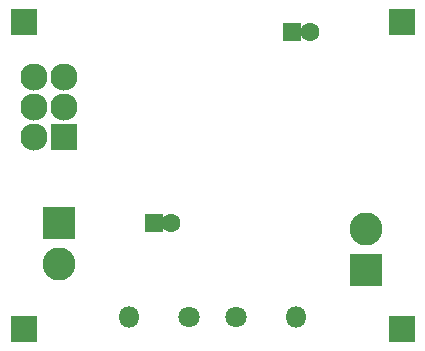
<source format=gbr>
G04 #@! TF.FileFunction,Soldermask,Bot*
%FSLAX46Y46*%
G04 Gerber Fmt 4.6, Leading zero omitted, Abs format (unit mm)*
G04 Created by KiCad (PCBNEW 4.0.6) date 2017 July 13, Thursday 09:48:37*
%MOMM*%
%LPD*%
G01*
G04 APERTURE LIST*
%ADD10C,0.100000*%
%ADD11R,2.300000X2.300000*%
%ADD12C,2.300000*%
%ADD13R,1.600000X1.600000*%
%ADD14C,1.600000*%
%ADD15C,2.800000*%
%ADD16R,2.800000X2.800000*%
%ADD17C,1.800000*%
%ADD18O,1.800000X1.800000*%
G04 APERTURE END LIST*
D10*
D11*
X120396000Y-96774000D03*
D12*
X117856000Y-96774000D03*
X120396000Y-94234000D03*
X117856000Y-94234000D03*
X120396000Y-91694000D03*
X117856000Y-91694000D03*
D13*
X139700000Y-87884000D03*
D14*
X141200000Y-87884000D03*
D13*
X128000000Y-104000000D03*
D14*
X129500000Y-104000000D03*
D15*
X120000000Y-107500000D03*
D16*
X120000000Y-104000000D03*
D15*
X146000000Y-104500000D03*
D16*
X146000000Y-108000000D03*
D17*
X135000000Y-112000000D03*
D18*
X140080000Y-112000000D03*
D17*
X131000000Y-112000000D03*
D18*
X125920000Y-112000000D03*
D11*
X117000000Y-113000000D03*
X149000000Y-87000000D03*
X149000000Y-113000000D03*
X117000000Y-87000000D03*
M02*

</source>
